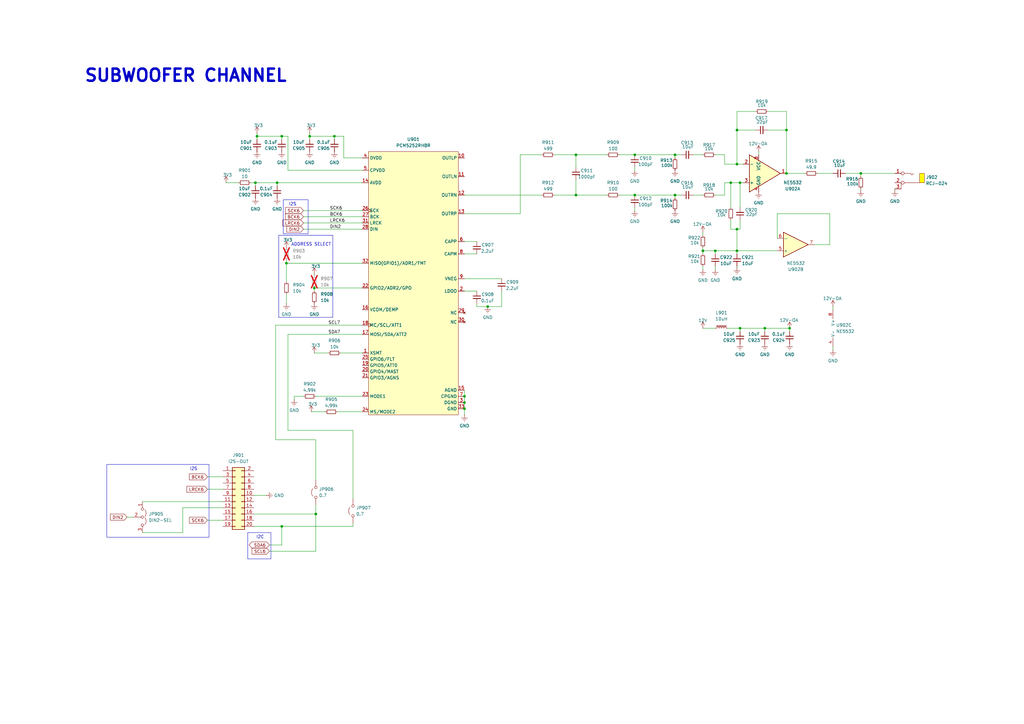
<source format=kicad_sch>
(kicad_sch (version 20250114) (generator "eeschema") (generator_version "9.0")
  (paper "A3")
  (title_block (title "Amplificateur Audio (Base Saine)") (date "2025-05-19") (rev "1.0") (company "NDG"))
  (lib_symbols
    (symbol "Amplifier_Operational:NE5532AD" (pin_names (offset 0.127))
      (property "Reference" "U" (at 0 5.08 0))
      (property "Value" "NE5532" (at 0 -5.08 0))
      (symbol "NE5532AD_1_1"
        (polyline (pts (xy -5.08 5.08) (xy 7.62 -2.54) (xy -5.08 -10.16) (xy -5.08 5.08)) (stroke (width 0.254)) (fill (type background)))
        (pin input line (at -7.62 1.27 0) (length 2.54) (name "+") (number "3"))
        (pin input line (at -7.62 -6.35 0) (length 2.54) (name "-") (number "2"))
        (pin power_in line (at -1.27 5.08 270) (length 2.54) (name "GND") (number "4"))
        (pin power_in line (at -1.27 -10.16 90) (length 2.54) (name "VCC") (number "8"))
        (pin output line (at 10.16 -2.54 180) (length 2.54) (name "~") (number "1"))
      )
      (symbol "NE5532AD_2_1"
        (polyline (pts (xy -5.08 5.08) (xy 5.08 0) (xy -5.08 -5.08) (xy -5.08 5.08)) (stroke (width 0.254)) (fill (type background)))
        (pin input line (at -7.62 2.54 0) (length 2.54) (name "+") (number "5"))
        (pin input line (at -7.62 -2.54 0) (length 2.54) (name "-") (number "6"))
        (pin output line (at 7.62 0 180) (length 2.54) (name "~") (number "7"))
      )
      (symbol "NE5532AD_3_1"
        (pin power_in line (at -2.54 7.62 270) (length 3.81) (name "V+") (number "8"))
        (pin power_in line (at -2.54 -7.62 90) (length 3.81) (name "V-") (number "4"))
      )
    )
    (symbol "Connector_Generic:Conn_02x10_Odd_Even" (pin_names (offset 1.016) (hide yes))
      (property "Reference" "J" (at 1.27 12.7 0))
      (property "Value" "Conn_02x10_Odd_Even" (at 1.27 -15.24 0))
      (symbol "Conn_02x10_Odd_Even_1_1"
        (rectangle (start -1.27 11.43) (end 3.81 -13.97) (stroke (width 0.254)) (fill (type background)))
        (rectangle (start -1.27 10.287) (end 0 10.033) (stroke (width 0.1524)))
        (rectangle (start -1.27 7.747) (end 0 7.493) (stroke (width 0.1524)))
        (rectangle (start -1.27 5.207) (end 0 4.953) (stroke (width 0.1524)))
        (rectangle (start -1.27 2.667) (end 0 2.413) (stroke (width 0.1524)))
        (rectangle (start -1.27 0.127) (end 0 -0.127) (stroke (width 0.1524)))
        (rectangle (start -1.27 -2.413) (end 0 -2.667) (stroke (width 0.1524)))
        (rectangle (start -1.27 -4.953) (end 0 -5.207) (stroke (width 0.1524)))
        (rectangle (start -1.27 -7.493) (end 0 -7.747) (stroke (width 0.1524)))
        (rectangle (start -1.27 -10.033) (end 0 -10.287) (stroke (width 0.1524)))
        (rectangle (start -1.27 -12.573) (end 0 -12.827) (stroke (width 0.1524)))
        (rectangle (start 3.81 10.287) (end 2.54 10.033) (stroke (width 0.1524)))
        (rectangle (start 3.81 7.747) (end 2.54 7.493) (stroke (width 0.1524)))
        (rectangle (start 3.81 5.207) (end 2.54 4.953) (stroke (width 0.1524)))
        (rectangle (start 3.81 2.667) (end 2.54 2.413) (stroke (width 0.1524)))
        (rectangle (start 3.81 0.127) (end 2.54 -0.127) (stroke (width 0.1524)))
        (rectangle (start 3.81 -2.413) (end 2.54 -2.667) (stroke (width 0.1524)))
        (rectangle (start 3.81 -4.953) (end 2.54 -5.207) (stroke (width 0.1524)))
        (rectangle (start 3.81 -7.493) (end 2.54 -7.747) (stroke (width 0.1524)))
        (rectangle (start 3.81 -10.033) (end 2.54 -10.287) (stroke (width 0.1524)))
        (rectangle (start 3.81 -12.573) (end 2.54 -12.827) (stroke (width 0.1524)))
        (pin passive line (at -5.08 10.16 0) (length 3.81) (name "Pin_1") (number "1"))
        (pin passive line (at -5.08 7.62 0) (length 3.81) (name "Pin_3") (number "3"))
        (pin passive line (at -5.08 5.08 0) (length 3.81) (name "Pin_5") (number "5"))
        (pin passive line (at -5.08 2.54 0) (length 3.81) (name "Pin_7") (number "7"))
        (pin passive line (at -5.08 0 0) (length 3.81) (name "Pin_9") (number "9"))
        (pin passive line (at -5.08 -2.54 0) (length 3.81) (name "Pin_11") (number "11"))
        (pin passive line (at -5.08 -5.08 0) (length 3.81) (name "Pin_13") (number "13"))
        (pin passive line (at -5.08 -7.62 0) (length 3.81) (name "Pin_15") (number "15"))
        (pin passive line (at -5.08 -10.16 0) (length 3.81) (name "Pin_17") (number "17"))
        (pin passive line (at -5.08 -12.7 0) (length 3.81) (name "Pin_19") (number "19"))
        (pin passive line (at 7.62 10.16 180) (length 3.81) (name "Pin_2") (number "2"))
        (pin passive line (at 7.62 7.62 180) (length 3.81) (name "Pin_4") (number "4"))
        (pin passive line (at 7.62 5.08 180) (length 3.81) (name "Pin_6") (number "6"))
        (pin passive line (at 7.62 2.54 180) (length 3.81) (name "Pin_8") (number "8"))
        (pin passive line (at 7.62 0 180) (length 3.81) (name "Pin_10") (number "10"))
        (pin passive line (at 7.62 -2.54 180) (length 3.81) (name "Pin_12") (number "12"))
        (pin passive line (at 7.62 -5.08 180) (length 3.81) (name "Pin_14") (number "14"))
        (pin passive line (at 7.62 -7.62 180) (length 3.81) (name "Pin_16") (number "16"))
        (pin passive line (at 7.62 -10.16 180) (length 3.81) (name "Pin_18") (number "18"))
        (pin passive line (at 7.62 -12.7 180) (length 3.81) (name "Pin_20") (number "20"))
      )
    )
    (symbol "Device:C_Small" (pin_numbers (hide yes)) (pin_names (offset 0.254) (hide yes))
      (property "Reference" "C" (at 0.254 1.778 0))
      (property "Value" "C_Small" (at 0.254 -2.032 0))
      (symbol "C_Small_0_1"
        (polyline (pts (xy -1.524 0.508) (xy 1.524 0.508)) (stroke (width 0.3048)))
        (polyline (pts (xy -1.524 -0.508) (xy 1.524 -0.508)) (stroke (width 0.3302)))
      )
      (symbol "C_Small_1_1"
        (pin passive line (at 0 2.54 270) (length 2.032) (name "~") (number "1"))
        (pin passive line (at 0 -2.54 90) (length 2.032) (name "~") (number "2"))
      )
    )
    (symbol "Device:L_Iron_Small" (pin_numbers (hide yes)) (pin_names (offset 0.254) (hide yes))
      (property "Reference" "L" (at 1.27 1.016 0))
      (property "Value" "L_Iron_Small" (at 1.27 -1.27 0))
      (symbol "L_Iron_Small_0_1"
        (arc (start 0 2.032) (mid 0.5058 1.524) (end 0 1.016))
        (arc (start 0 1.016) (mid 0.5058 0.508) (end 0 0))
        (arc (start 0 0) (mid 0.5058 -0.508) (end 0 -1.016))
        (arc (start 0 -1.016) (mid 0.5058 -1.524) (end 0 -2.032))
        (polyline (pts (xy 0.762 2.032) (xy 0.762 -2.032)))
        (polyline (pts (xy 1.016 -2.032) (xy 1.016 2.032)))
      )
      (symbol "L_Iron_Small_1_1"
        (pin passive line (at 0 2.54 270) (length 0.508) (name "~") (number "1"))
        (pin passive line (at 0 -2.54 90) (length 0.508) (name "~") (number "2"))
      )
    )
    (symbol "Device:R_Small" (pin_numbers (hide yes)) (pin_names (offset 0.254) (hide yes))
      (property "Reference" "R" (at 0.762 0.508 0))
      (property "Value" "R_Small" (at 0.762 -1.016 0))
      (symbol "R_Small_0_1"
        (rectangle (start -0.762 1.778) (end 0.762 -1.778) (stroke (width 0.2032)))
      )
      (symbol "R_Small_1_1"
        (pin passive line (at 0 2.54 270) (length 0.762) (name "~") (number "1"))
        (pin passive line (at 0 -2.54 90) (length 0.762) (name "~") (number "2"))
      )
    )
    (symbol "Jumper:Jumper_2_Open" (pin_numbers (hide yes)) (pin_names (offset 0) (hide yes)) (exclude_from_sim yes)
      (property "Reference" "JP" (at 0 2.794 0))
      (property "Value" "Jumper_2_Open" (at 0 -2.286 0))
      (symbol "Jumper_2_Open_0_0"
        (circle (center -2.032 0) (radius 0.508))
        (circle (center 2.032 0) (radius 0.508))
      )
      (symbol "Jumper_2_Open_0_1"
        (arc (start -1.524 1.27) (mid 0 1.778) (end 1.524 1.27))
      )
      (symbol "Jumper_2_Open_1_1"
        (pin passive line (at -5.08 0 0) (length 2.54) (name "A") (number "1"))
        (pin passive line (at 5.08 0 180) (length 2.54) (name "B") (number "2"))
      )
    )
    (symbol "Jumper:Jumper_3_Open" (pin_names (offset 0) (hide yes)) (exclude_from_sim yes) (in_bom no)
      (property "Reference" "JP" (at -2.54 -2.54 0))
      (property "Value" "Jumper_3_Open" (at 0 2.794 0))
      (symbol "Jumper_3_Open_0_0"
        (circle (center -3.302 0) (radius 0.508))
        (circle (center 0 0) (radius 0.508))
        (circle (center 3.302 0) (radius 0.508))
      )
      (symbol "Jumper_3_Open_0_1"
        (arc (start -3.048 1.016) (mid -1.651 1.4992) (end -0.254 1.016))
        (polyline (pts (xy 0 -0.508) (xy 0 -1.27)))
        (arc (start 0.254 1.016) (mid 1.651 1.4992) (end 3.048 1.016))
      )
      (symbol "Jumper_3_Open_1_1"
        (pin passive line (at -6.35 0 0) (length 2.54) (name "A") (number "1"))
        (pin passive line (at 0 -3.81 90) (length 2.54) (name "C") (number "2"))
        (pin passive line (at 6.35 0 180) (length 2.54) (name "B") (number "3"))
      )
    )
    (symbol "Libglobal:PCM5252RHBR"
      (property "Reference" "U" (at -7.112 1.778 0))
      (property "Value" "PCM5252RHBR" (at -0.762 0 0))
      (symbol "PCM5252RHBR_1_1"
        (rectangle (start -11.43 -1.27) (end 25.4 -109.22) (fill (type background)))
        (pin input line (at -13.97 -3.81 0) (length 2.54) (name "DVDD") (number "4"))
        (pin input line (at -13.97 -8.89 0) (length 2.54) (name "CPVDD") (number "5"))
        (pin input line (at -13.97 -13.97 0) (length 2.54) (name "AVDD") (number "14"))
        (pin input clock (at -13.97 -25.4 0) (length 2.54) (name "SCK") (number "26"))
        (pin bidirectional line (at -13.97 -27.94 0) (length 2.54) (name "BCK") (number "27"))
        (pin bidirectional line (at -13.97 -30.48 0) (length 2.54) (name "LRCK") (number "31"))
        (pin input line (at -13.97 -33.02 0) (length 2.54) (name "DIN") (number "28"))
        (pin bidirectional line (at -13.97 -46.99 0) (length 2.54) (name "MISO(GPIO1)/ADR1/FMT") (number "32"))
        (pin bidirectional line (at -13.97 -57.15 0) (length 2.54) (name "GPIO2/ADR2/GPO") (number "22"))
        (pin bidirectional line (at -13.97 -66.04 0) (length 2.54) (name "VCOM/DEMP") (number "16"))
        (pin input clock (at -13.97 -72.39 0) (length 2.54) (name "MC/SCL/ATT1") (number "18"))
        (pin bidirectional line (at -13.97 -76.2 0) (length 2.54) (name "MOSI/SDA/ATT2") (number "17"))
        (pin input line (at -13.97 -83.82 0) (length 2.54) (name "XSMT") (number "1"))
        (pin bidirectional line (at -13.97 -86.36 0) (length 2.54) (name "GPIO6/FLT") (number "25"))
        (pin bidirectional line (at -13.97 -88.9 0) (length 2.54) (name "GPIO5/ATT0") (number "19"))
        (pin bidirectional line (at -13.97 -91.44 0) (length 2.54) (name "GPIO4/MAST") (number "20"))
        (pin bidirectional line (at -13.97 -93.98 0) (length 2.54) (name "GPIO3/AGNS") (number "21"))
        (pin input line (at -13.97 -101.6 0) (length 2.54) (name "MODE1") (number "23"))
        (pin input line (at -13.97 -107.95 0) (length 2.54) (name "MS/MODE2") (number "24"))
        (pin output line (at 27.94 -3.81 180) (length 2.54) (name "OUTLP") (number "10"))
        (pin output line (at 27.94 -11.43 180) (length 2.54) (name "OUTLN") (number "11"))
        (pin output line (at 27.94 -19.05 180) (length 2.54) (name "OUTRN") (number "12"))
        (pin output line (at 27.94 -26.67 180) (length 2.54) (name "OUTRP") (number "13"))
        (pin input line (at 27.94 -38.1 180) (length 2.54) (name "CAPP") (number "6"))
        (pin input line (at 27.94 -43.18 180) (length 2.54) (name "CAPM") (number "8"))
        (pin input line (at 27.94 -53.34 180) (length 2.54) (name "VNEG") (number "9"))
        (pin input line (at 27.94 -58.42 180) (length 2.54) (name "LDOO") (number "2"))
        (pin no_connect line (at 27.94 -67.31 180) (length 2.54) (name "NC") (number "29"))
        (pin no_connect line (at 27.94 -71.12 180) (length 2.54) (name "NC") (number "30"))
        (pin input line (at 27.94 -99.06 180) (length 2.54) (name "AGND") (number "15"))
        (pin input line (at 27.94 -101.6 180) (length 2.54) (name "CPGND") (number "7"))
        (pin input line (at 27.94 -104.14 180) (length 2.54) (name "DGND") (number "3"))
        (pin input line (at 27.94 -106.68 180) (length 2.54) (name "GND") (number "33"))
      )
    )
    (symbol "Libglobal:RCJ-024"
      (property "Reference" "J" (at 0.762 -0.762 0))
      (property "Value" "RCJ-024" (at 4.572 -2.286 0))
      (symbol "RCJ-024_0_1"
        (polyline (pts (xy -1.27 -10.16) (xy -1.27 -7.62)))
        (circle (center -0.635 -3.81) (radius 0.635))
        (circle (center -0.635 -7.62) (radius 0.635))
        (polyline (pts (xy 0 -3.81) (xy 2.54 -3.81)))
        (polyline (pts (xy 0 -7.62) (xy 6.35 -7.62)))
        (polyline (pts (xy 2.54 -3.81) (xy 3.175 -4.445)))
        (polyline (pts (xy 3.175 -4.445) (xy 3.81 -3.81)))
      )
      (symbol "RCJ-024_1_1"
        (rectangle (start 6.35 -3.81) (end 8.255 -7.62) (fill (type color) (color 255 255 0 1)))
        (pin input line (at -3.81 -3.81 0) (length 2.54) (name "") (number "1"))
        (pin input line (at -3.81 -7.62 0) (length 2.54) (name "") (number "2"))
        (pin input line (at -3.81 -10.16 0) (length 2.54) (name "") (number "3"))
      )
    )
    (symbol "power:+3V3" (power) (pin_numbers (hide yes)) (pin_names (offset 0) (hide yes))
      (property "Value" "+3V3" (at 0 3.556 0))
      (symbol "+3V3_0_1"
        (polyline (pts (xy -0.762 1.27) (xy 0 2.54)))
        (polyline (pts (xy 0 2.54) (xy 0.762 1.27)))
        (polyline (pts (xy 0 0) (xy 0 2.54)))
      )
      (symbol "+3V3_1_1"
        (pin power_in line (at 0 0 90) (length 0) (name "~") (number "1"))
      )
    )
    (symbol "power:Earth" (power) (pin_numbers (hide yes)) (pin_names (offset 0) (hide yes))
      (property "Value" "Earth" (at 0 -3.81 0))
      (symbol "Earth_0_1"
        (polyline (pts (xy -0.635 -1.905) (xy 0.635 -1.905)))
        (polyline (pts (xy -0.127 -2.54) (xy 0.127 -2.54)))
        (polyline (pts (xy 0 -1.27) (xy 0 0)))
        (polyline (pts (xy 1.27 -1.27) (xy -1.27 -1.27)))
      )
      (symbol "Earth_1_1"
        (pin power_in line (at 0 0 270) (length 0) (name "~") (number "1"))
      )
    )
  )
  (rectangle (start 101.6 218.44) (end 111.125 229.235))
  (rectangle (start 43.815 190.5) (end 85.725 220.345))
  (rectangle (start 116.205 81.915) (end 126.365 95.885))
  (rectangle (start 114.3 96.52) (end 136.525 130.175))
  (text "I2S\n" (at 120.015 83.82 0) (effects (font (size 1.27 1.27))))
  (text "SUBWOOFER CHANNEL\n" (at 76.2 31.115 0) (effects (font (size 5 5) (thickness 1) (bold yes))))
  (text "ADDRESS SELECT" (at 127.635 100.33 0) (effects (font (size 1.27 1.27))))
  (text "I2S\n" (at 79.375 192.405 0) (effects (font (size 1.27 1.27))))
  (text "I2C\n" (at 106.68 220.345 0) (effects (font (size 1.27 1.27))))
  (junction (at 302.26 93.98))
  (junction (at 323.85 134.62))
  (junction (at 302.26 53.34))
  (junction (at 322.58 71.12))
  (junction (at 236.22 80.01))
  (junction (at 190.5 165.1))
  (junction (at 129.54 210.82))
  (junction (at 276.86 63.5))
  (junction (at 353.06 71.12))
  (junction (at 115.57 215.9))
  (junction (at 303.53 74.93))
  (junction (at 322.58 53.34))
  (junction (at 190.5 162.56))
  (junction (at 303.53 134.62))
  (junction (at 313.69 134.62))
  (junction (at 293.37 102.87))
  (junction (at 115.57 55.88))
  (junction (at 302.26 102.87))
  (junction (at 236.22 63.5))
  (junction (at 104.775 74.93))
  (junction (at 190.5 167.64))
  (junction (at 117.475 107.95))
  (junction (at 302.26 67.31))
  (junction (at 299.72 74.93))
  (junction (at 260.35 80.01))
  (junction (at 113.665 74.93))
  (junction (at 105.41 55.88))
  (junction (at 128.905 118.11))
  (junction (at 127 55.88))
  (junction (at 260.35 63.5))
  (junction (at 288.29 102.87))
  (junction (at 200.025 125.73))
  (junction (at 137.16 55.88))
  (junction (at 276.86 80.01))
  (wire (pts (xy 314.96 53.34) (xy 322.58 53.34)))
  (wire (pts (xy 302.26 45.72) (xy 309.88 45.72)))
  (wire (pts (xy 297.18 67.31) (xy 302.26 67.31)))
  (wire (pts (xy 279.4 80.01) (xy 276.86 80.01)))
  (wire (pts (xy 302.26 102.87) (xy 293.37 102.87)))
  (wire (pts (xy 303.53 90.17) (xy 303.53 93.98)))
  (wire (pts (xy 236.22 73.66) (xy 236.22 80.01)))
  (wire (pts (xy 293.37 109.22) (xy 293.37 110.49)))
  (wire (pts (xy 227.33 80.01) (xy 236.22 80.01)))
  (wire (pts (xy 304.8 74.93) (xy 303.53 74.93)))
  (wire (pts (xy 260.35 86.36) (xy 260.35 85.09)))
  (wire (pts (xy 335.28 71.12) (xy 341.63 71.12)))
  (wire (pts (xy 334.01 100.33) (xy 340.36 100.33)))
  (wire (pts (xy 302.26 104.14) (xy 302.26 102.87)))
  (wire (pts (xy 299.72 93.98) (xy 302.26 93.98)))
  (wire (pts (xy 115.57 57.15) (xy 115.57 55.88)))
  (wire (pts (xy 297.18 74.93) (xy 297.18 80.01)))
  (wire (pts (xy 85.09 200.66) (xy 91.44 200.66)))
  (wire (pts (xy 303.53 74.93) (xy 303.53 85.09)))
  (wire (pts (xy 303.53 74.93) (xy 299.72 74.93)))
  (wire (pts (xy 104.14 210.82) (xy 129.54 210.82)))
  (wire (pts (xy 313.69 134.62) (xy 323.85 134.62)))
  (wire (pts (xy 341.63 143.51) (xy 341.63 142.24)))
  (wire (pts (xy 205.74 114.3) (xy 190.5 114.3)))
  (wire (pts (xy 129.54 226.06) (xy 110.49 226.06)))
  (wire (pts (xy 236.22 63.5) (xy 236.22 68.58)))
  (wire (pts (xy 118.11 176.53) (xy 118.11 137.16)))
  (wire (pts (xy 124.46 91.44) (xy 148.59 91.44)))
  (wire (pts (xy 353.06 78.105) (xy 353.06 77.47)))
  (wire (pts (xy 299.72 90.17) (xy 299.72 93.98)))
  (wire (pts (xy 302.26 109.22) (xy 302.26 109.855)))
  (wire (pts (xy 190.5 80.01) (xy 222.25 80.01)))
  (wire (pts (xy 303.53 134.62) (xy 313.69 134.62)))
  (wire (pts (xy 322.58 45.72) (xy 322.58 53.34)))
  (wire (pts (xy 140.97 64.77) (xy 140.97 55.88)))
  (wire (pts (xy 195.58 125.73) (xy 195.58 124.46)))
  (wire (pts (xy 124.46 88.9) (xy 148.59 88.9)))
  (wire (pts (xy 293.37 102.87) (xy 293.37 104.14)))
  (wire (pts (xy 297.18 63.5) (xy 297.18 67.31)))
  (wire (pts (xy 113.665 74.93) (xy 148.59 74.93)))
  (wire (pts (xy 341.63 125.73) (xy 341.63 127)))
  (wire (pts (xy 288.29 95.25) (xy 288.29 96.52)))
  (wire (pts (xy 127 54.61) (xy 127 55.88)))
  (wire (pts (xy 288.29 63.5) (xy 284.48 63.5)))
  (wire (pts (xy 91.44 208.28) (xy 74.93 208.28)))
  (wire (pts (xy 117.475 120.65) (xy 117.475 124.46)))
  (wire (pts (xy 105.41 54.61) (xy 105.41 55.88)))
  (wire (pts (xy 205.74 119.38) (xy 205.74 125.73)))
  (wire (pts (xy 190.5 162.56) (xy 190.5 165.1)))
  (wire (pts (xy 129.54 207.01) (xy 129.54 210.82)))
  (wire (pts (xy 236.22 80.01) (xy 248.92 80.01)))
  (wire (pts (xy 128.905 112.395) (xy 128.905 113.03)))
  (wire (pts (xy 303.53 93.98) (xy 302.26 93.98)))
  (wire (pts (xy 314.96 45.72) (xy 322.58 45.72)))
  (wire (pts (xy 74.93 208.28) (xy 74.93 218.44)))
  (wire (pts (xy 144.78 176.53) (xy 118.11 176.53)))
  (wire (pts (xy 128.905 144.78) (xy 134.62 144.78)))
  (wire (pts (xy 129.54 180.34) (xy 129.54 196.85)))
  (wire (pts (xy 109.22 203.2) (xy 104.14 203.2)))
  (wire (pts (xy 195.58 119.38) (xy 190.5 119.38)))
  (wire (pts (xy 213.36 63.5) (xy 213.36 87.63)))
  (wire (pts (xy 190.5 160.02) (xy 190.5 162.56)))
  (wire (pts (xy 302.26 45.72) (xy 302.26 53.34)))
  (wire (pts (xy 148.59 69.85) (xy 118.11 69.85)))
  (wire (pts (xy 127 55.88) (xy 137.16 55.88)))
  (wire (pts (xy 115.57 215.9) (xy 144.78 215.9)))
  (wire (pts (xy 117.475 107.95) (xy 117.475 115.57)))
  (wire (pts (xy 139.7 144.78) (xy 148.59 144.78)))
  (wire (pts (xy 302.26 53.34) (xy 302.26 67.31)))
  (wire (pts (xy 260.35 80.01) (xy 276.86 80.01)))
  (wire (pts (xy 276.86 81.28) (xy 276.86 80.01)))
  (wire (pts (xy 346.71 71.12) (xy 353.06 71.12)))
  (wire (pts (xy 323.85 135.89) (xy 323.85 134.62)))
  (wire (pts (xy 140.97 64.77) (xy 148.59 64.77)))
  (wire (pts (xy 118.11 137.16) (xy 148.59 137.16)))
  (wire (pts (xy 236.22 63.5) (xy 248.92 63.5)))
  (wire (pts (xy 120.65 163.83) (xy 120.65 162.56)))
  (wire (pts (xy 302.26 93.98) (xy 302.26 102.87)))
  (wire (pts (xy 138.43 168.91) (xy 148.59 168.91)))
  (wire (pts (xy 195.58 104.14) (xy 190.5 104.14)))
  (wire (pts (xy 322.58 71.12) (xy 330.2 71.12)))
  (wire (pts (xy 140.97 55.88) (xy 137.16 55.88)))
  (wire (pts (xy 113.665 76.2) (xy 113.665 74.93)))
  (wire (pts (xy 313.69 134.62) (xy 313.69 135.89)))
  (wire (pts (xy 127 55.88) (xy 127 57.15)))
  (wire (pts (xy 52.07 212.09) (xy 54.61 212.09)))
  (wire (pts (xy 302.26 53.34) (xy 309.88 53.34)))
  (wire (pts (xy 299.72 85.09) (xy 299.72 74.93)))
  (wire (pts (xy 293.37 63.5) (xy 297.18 63.5)))
  (wire (pts (xy 322.58 53.34) (xy 322.58 71.12)))
  (wire (pts (xy 190.5 165.1) (xy 190.5 167.64)))
  (wire (pts (xy 118.11 69.85) (xy 118.11 55.88)))
  (wire (pts (xy 340.36 87.63) (xy 340.36 100.33)))
  (wire (pts (xy 260.35 63.5) (xy 276.86 63.5)))
  (wire (pts (xy 302.26 67.31) (xy 304.8 67.31)))
  (wire (pts (xy 104.775 74.93) (xy 104.775 76.2)))
  (wire (pts (xy 117.475 107.95) (xy 148.59 107.95)))
  (wire (pts (xy 115.57 223.52) (xy 115.57 215.9)))
  (wire (pts (xy 85.09 213.36) (xy 91.44 213.36)))
  (wire (pts (xy 129.54 210.82) (xy 129.54 226.06)))
  (wire (pts (xy 254 63.5) (xy 260.35 63.5)))
  (wire (pts (xy 129.54 162.56) (xy 148.59 162.56)))
  (wire (pts (xy 124.46 86.36) (xy 148.59 86.36)))
  (wire (pts (xy 104.775 74.93) (xy 113.665 74.93)))
  (wire (pts (xy 222.25 63.5) (xy 213.36 63.5)))
  (wire (pts (xy 260.35 69.85) (xy 260.35 68.58)))
  (wire (pts (xy 299.72 74.93) (xy 297.18 74.93)))
  (wire (pts (xy 144.78 204.47) (xy 144.78 176.53)))
  (wire (pts (xy 137.16 57.15) (xy 137.16 55.88)))
  (wire (pts (xy 105.41 55.88) (xy 105.41 57.15)))
  (wire (pts (xy 105.41 55.88) (xy 115.57 55.88)))
  (wire (pts (xy 318.77 97.79) (xy 318.77 87.63)))
  (wire (pts (xy 195.58 125.73) (xy 200.025 125.73)))
  (wire (pts (xy 104.14 215.9) (xy 115.57 215.9)))
  (wire (pts (xy 92.71 74.93) (xy 97.79 74.93)))
  (wire (pts (xy 353.06 71.12) (xy 367.03 71.12)))
  (wire (pts (xy 124.46 93.98) (xy 148.59 93.98)))
  (wire (pts (xy 74.93 218.44) (xy 58.42 218.44)))
  (wire (pts (xy 353.06 72.39) (xy 353.06 71.12)))
  (wire (pts (xy 254 80.01) (xy 260.35 80.01)))
  (wire (pts (xy 318.77 87.63) (xy 340.36 87.63)))
  (wire (pts (xy 117.475 106.68) (xy 117.475 107.95)))
  (wire (pts (xy 311.15 62.23) (xy 311.15 63.5)))
  (wire (pts (xy 288.29 109.22) (xy 288.29 110.49)))
  (wire (pts (xy 288.29 134.62) (xy 293.37 134.62)))
  (wire (pts (xy 293.37 102.87) (xy 288.29 102.87)))
  (wire (pts (xy 102.87 74.93) (xy 104.775 74.93)))
  (wire (pts (xy 190.5 167.64) (xy 190.5 170.18)))
  (wire (pts (xy 113.03 133.35) (xy 148.59 133.35)))
  (wire (pts (xy 128.905 119.38) (xy 128.905 118.11)))
  (wire (pts (xy 288.29 101.6) (xy 288.29 102.87)))
  (wire (pts (xy 120.65 162.56) (xy 124.46 162.56)))
  (wire (pts (xy 302.26 102.87) (xy 318.77 102.87)))
  (wire (pts (xy 58.42 205.74) (xy 91.44 205.74)))
  (wire (pts (xy 195.58 99.06) (xy 190.5 99.06)))
  (wire (pts (xy 113.03 180.34) (xy 129.54 180.34)))
  (wire (pts (xy 276.86 64.77) (xy 276.86 63.5)))
  (wire (pts (xy 236.22 63.5) (xy 227.33 63.5)))
  (wire (pts (xy 297.18 80.01) (xy 293.37 80.01)))
  (wire (pts (xy 303.53 135.89) (xy 303.53 134.62)))
  (wire (pts (xy 144.78 214.63) (xy 144.78 215.9)))
  (wire (pts (xy 85.09 195.58) (xy 91.44 195.58)))
  (wire (pts (xy 367.03 77.47) (xy 367.03 78.105)))
  (wire (pts (xy 213.36 87.63) (xy 190.5 87.63)))
  (wire (pts (xy 127.635 168.91) (xy 133.35 168.91)))
  (wire (pts (xy 148.59 118.11) (xy 128.905 118.11)))
  (wire (pts (xy 279.4 63.5) (xy 276.86 63.5)))
  (wire (pts (xy 288.29 102.87) (xy 288.29 104.14)))
  (wire (pts (xy 110.49 223.52) (xy 115.57 223.52)))
  (wire (pts (xy 113.03 133.35) (xy 113.03 180.34)))
  (wire (pts (xy 298.45 134.62) (xy 303.53 134.62)))
  (wire (pts (xy 200.025 125.73) (xy 205.74 125.73)))
  (wire (pts (xy 288.29 80.01) (xy 284.48 80.01)))
  (wire (pts (xy 118.11 55.88) (xy 115.57 55.88)))
  (label "DIN2" (at 135.255 93.98 0))
  (label "LRCK6" (at 135.255 91.44 0))
  (label "SCL7" (at 134.62 133.35 0))
  (label "BCK6" (at 135.255 88.9 0))
  (label "SCK6" (at 135.255 86.36 0))
  (label "SDA7" (at 134.62 137.16 0))
  (global_label "SDA6" (shape bidirectional) (at 110.49 223.52 180) (property "Intersheetrefs" "${INTERSHEET_REFS}" (effects (hide yes))))
  (global_label "SCK6" (shape input) (at 124.46 86.36 180) (property "Intersheetrefs" "${INTERSHEET_REFS}" (effects (hide yes))))
  (global_label "SCK6" (shape input) (at 85.09 213.36 180) (property "Intersheetrefs" "${INTERSHEET_REFS}" (effects (hide yes))))
  (global_label "LRCK6" (shape input) (at 85.09 200.66 180) (property "Intersheetrefs" "${INTERSHEET_REFS}" (effects (hide yes))))
  (global_label "BCK6" (shape input) (at 85.09 195.58 180) (property "Intersheetrefs" "${INTERSHEET_REFS}" (effects (hide yes))))
  (global_label "BCK6" (shape input) (at 124.46 88.9 180) (property "Intersheetrefs" "${INTERSHEET_REFS}" (effects (hide yes))))
  (global_label "LRCK6" (shape input) (at 124.46 91.44 180) (property "Intersheetrefs" "${INTERSHEET_REFS}" (effects (hide yes))))
  (global_label "SCL6" (shape input) (at 110.49 226.06 180) (property "Intersheetrefs" "${INTERSHEET_REFS}" (effects (hide yes))))
  (global_label "DIN2" (shape input) (at 124.46 93.98 180) (property "Intersheetrefs" "${INTERSHEET_REFS}" (effects (hide yes))))
  (global_label "DIN2" (shape input) (at 52.07 212.09 180) (property "Intersheetrefs" "${INTERSHEET_REFS}" (effects (hide yes))))
  (symbol (lib_id "power:Earth") (at 120.65 163.83 0) (unit 1)
    (property "Reference" "#PWR0672" (effects (hide yes)))
    (property "Value" "GND" (at 120.65 168.275 0))
    (property "Description" "Power symbol creates a global label with name \"Earth\"" (effects (hide yes)))
  )
  (symbol (lib_id "Device:R_Small") (at 117.475 104.14 180) (unit 1) (dnp yes)
    (property "Reference" "R903" (at 120.015 102.8699 0) (effects (justify right)))
    (property "Value" "10k" (at 120.015 105.4099 0) (effects (justify right)))
    (property "Description" "Resistor, small symbol" (effects (hide yes)))
  )
  (symbol (lib_id "Device:C_Small") (at 313.69 138.43 180) (unit 1)
    (property "Reference" "C923" (at 309.245 139.573 0))
    (property "Value" "10uF" (at 309.245 137.033 0))
    (property "Description" "Unpolarized capacitor, small symbol" (effects (hide yes)))
  )
  (symbol (lib_id "Device:C_Small") (at 104.775 78.74 180) (unit 1)
    (property "Reference" "C902" (at 100.33 79.883 0))
    (property "Value" "10uF" (at 100.33 77.343 0))
    (property "Description" "Unpolarized capacitor, small symbol" (effects (hide yes)))
  )
  (symbol (lib_id "Device:C_Small") (at 303.53 87.63 180) (unit 1)
    (property "Reference" "C920" (at 308.102 86.106 0))
    (property "Value" "22pF" (at 308.356 87.884 0))
    (property "Description" "Unpolarized capacitor, small symbol" (effects (hide yes)))
  )
  (symbol (lib_id "Device:C_Small") (at 323.85 138.43 180) (unit 1)
    (property "Reference" "C924" (at 319.405 139.573 0))
    (property "Value" "0.1uF" (at 319.405 137.033 0))
    (property "Description" "Unpolarized capacitor, small symbol" (effects (hide yes)))
  )
  (symbol (lib_id "Device:C_Small") (at 113.665 78.74 180) (unit 1)
    (property "Reference" "C904" (at 109.22 79.883 0))
    (property "Value" "0.1uF" (at 109.22 77.343 0))
    (property "Description" "Unpolarized capacitor, small symbol" (effects (hide yes)))
  )
  (symbol (lib_id "power:+3V3") (at 323.85 134.62 0) (unit 1)
    (property "Reference" "#PWR0936" (effects (hide yes)))
    (property "Value" "12V-OA" (at 323.596 131.318 0))
    (property "Description" "Power symbol creates a global label with name \"+3V3\"" (effects (hide yes)))
  )
  (symbol (lib_id "power:Earth") (at 341.63 143.51 0) (unit 1)
    (property "Reference" "#PWR0696" (effects (hide yes)))
    (property "Value" "GND" (at 341.63 147.955 0))
    (property "Description" "Power symbol creates a global label with name \"Earth\"" (effects (hide yes)))
  )
  (symbol (lib_id "power:+3V3") (at 117.475 101.6 0) (unit 1)
    (property "Reference" "#PWR0914" (effects (hide yes)))
    (property "Value" "3V3" (at 116.205 98.425 0) (effects (justify left)))
    (property "Description" "Power symbol creates a global label with name \"+3V3\"" (effects (hide yes)))
  )
  (symbol (lib_id "power:+3V3") (at 128.905 144.78 0) (unit 1)
    (property "Reference" "#PWR0913" (effects (hide yes)))
    (property "Value" "3V3" (at 127.635 141.605 0) (effects (justify left)))
    (property "Description" "Power symbol creates a global label with name \"+3V3\"" (effects (hide yes)))
  )
  (symbol (lib_id "power:Earth") (at 288.29 110.49 0) (unit 1)
    (property "Reference" "#PWR0689" (effects (hide yes)))
    (property "Value" "GND" (at 288.29 114.935 0))
    (property "Description" "Power symbol creates a global label with name \"Earth\"" (effects (hide yes)))
  )
  (symbol (lib_id "power:Earth") (at 276.86 86.36 0) (unit 1)
    (property "Reference" "#PWR0684" (effects (hide yes)))
    (property "Value" "GND" (at 276.86 90.805 0))
    (property "Description" "Power symbol creates a global label with name \"Earth\"" (effects (hide yes)))
  )
  (symbol (lib_id "Device:C_Small") (at 105.41 59.69 180) (unit 1)
    (property "Reference" "C901" (at 100.965 60.833 0))
    (property "Value" "10uF" (at 100.965 58.293 0))
    (property "Description" "Unpolarized capacitor, small symbol" (effects (hide yes)))
  )
  (symbol (lib_id "power:Earth") (at 353.06 78.105 0) (unit 1)
    (property "Reference" "#PWR0691" (effects (hide yes)))
    (property "Value" "GND" (at 353.06 82.55 0))
    (property "Description" "Power symbol creates a global label with name \"Earth\"" (effects (hide yes)))
  )
  (symbol (lib_id "Amplifier_Operational:NE5532AD") (at 344.17 134.62 0) (unit 3)
    (property "Reference" "U902" (at 342.9 133.3499 0) (effects (justify left)))
    (property "Value" "NE5532" (at 342.9 135.8899 0) (effects (justify left)))
    (property "Datasheet" "http://www.ti.com/lit/ds/symlink/ne5532.pdf" (effects (hide yes)))
    (property "Description" "Dual Low-Noise Operational Amplifiers, DIP-8/SOIC-8" (effects (hide yes)))
  )
  (symbol (lib_id "Device:C_Small") (at 205.74 116.84 0) (unit 1)
    (property "Reference" "C909" (at 210.185 115.697 0))
    (property "Value" "2.2uF" (at 210.185 118.237 0))
    (property "Description" "Unpolarized capacitor, small symbol" (effects (hide yes)))
  )
  (symbol (lib_id "power:Earth") (at 303.53 140.97 0) (unit 1)
    (property "Reference" "#PWR0693" (effects (hide yes)))
    (property "Value" "GND" (at 303.53 145.415 0))
    (property "Description" "Power symbol creates a global label with name \"Earth\"" (effects (hide yes)))
  )
  (symbol (lib_id "Device:C_Small") (at 195.58 101.6 0) (unit 1)
    (property "Reference" "C907" (at 200.025 100.457 0))
    (property "Value" "2.2uF" (at 200.025 102.997 0))
    (property "Description" "Unpolarized capacitor, small symbol" (effects (hide yes)))
  )
  (symbol (lib_id "Device:R_Small") (at 332.74 71.12 270) (unit 1)
    (property "Reference" "R915" (at 332.74 66.04 90))
    (property "Value" "49.9" (at 332.74 68.58 90))
    (property "Description" "Resistor, small symbol" (effects (hide yes)))
  )
  (symbol (lib_id "Device:C_Small") (at 303.53 138.43 180) (unit 1)
    (property "Reference" "C925" (at 299.085 139.573 0))
    (property "Value" "10uF" (at 299.085 137.033 0))
    (property "Description" "Unpolarized capacitor, small symbol" (effects (hide yes)))
  )
  (symbol (lib_id "power:Earth") (at 302.26 109.855 0) (unit 1)
    (property "Reference" "#PWR0687" (effects (hide yes)))
    (property "Value" "GND" (at 302.26 114.3 0))
    (property "Description" "Power symbol creates a global label with name \"Earth\"" (effects (hide yes)))
  )
  (symbol (lib_id "power:Earth") (at 115.57 62.23 0) (unit 1)
    (property "Reference" "#PWR0678" (effects (hide yes)))
    (property "Value" "GND" (at 115.57 66.675 0))
    (property "Description" "Power symbol creates a global label with name \"Earth\"" (effects (hide yes)))
  )
  (symbol (lib_id "power:+3V3") (at 288.29 134.62 0) (unit 1)
    (property "Reference" "#PWR0932" (effects (hide yes)))
    (property "Value" "12V" (at 286.385 131.445 0) (effects (justify left)))
    (property "Description" "Power symbol creates a global label with name \"+3V3\"" (effects (hide yes)))
  )
  (symbol (lib_id "Amplifier_Operational:NE5532AD") (at 326.39 100.33 0) (mirror x) (unit 2)
    (property "Reference" "U902" (at 326.39 110.49 0))
    (property "Value" "NE5532" (at 326.39 107.95 0))
    (property "Datasheet" "http://www.ti.com/lit/ds/symlink/ne5532.pdf" (effects (hide yes)))
    (property "Description" "Dual Low-Noise Operational Amplifiers, DIP-8/SOIC-8" (effects (hide yes)))
  )
  (symbol (lib_id "power:+3V3") (at 127 54.61 0) (unit 1)
    (property "Reference" "#PWR0917" (effects (hide yes)))
    (property "Value" "3V3" (at 125.73 51.435 0) (effects (justify left)))
    (property "Description" "Power symbol creates a global label with name \"+3V3\"" (effects (hide yes)))
  )
  (symbol (lib_id "Device:R_Small") (at 353.06 74.93 0) (unit 1)
    (property "Reference" "R916" (at 349.504 73.406 0))
    (property "Value" "100k" (at 349.758 75.438 0))
    (property "Description" "Resistor, small symbol" (effects (hide yes)))
  )
  (symbol (lib_id "Device:L_Iron_Small") (at 295.91 134.62 90) (unit 1)
    (property "Reference" "L901" (at 295.91 128.27 90))
    (property "Value" "10uH" (at 295.91 130.81 90))
    (property "Description" "Inductor with iron core, small symbol" (effects (hide yes)))
  )
  (symbol (lib_id "Jumper:Jumper_3_Open") (at 58.42 212.09 270) (unit 1)
    (property "Reference" "JP905" (at 60.96 210.8199 90) (effects (justify left)))
    (property "Value" "DIN2-SEL" (at 60.96 213.3599 90) (effects (justify left)))
    (property "Description" "Jumper, 3-pole, both open" (effects (hide yes)))
  )
  (symbol (lib_id "Device:R_Small") (at 299.72 87.63 0) (unit 1)
    (property "Reference" "R920" (at 295.91 86.614 0))
    (property "Value" "10k" (at 295.91 88.138 0))
    (property "Description" "Resistor, small symbol" (effects (hide yes)))
  )
  (symbol (lib_id "Device:R_Small") (at 251.46 63.5 270) (unit 1)
    (property "Reference" "R909" (at 251.46 58.42 90))
    (property "Value" "100" (at 251.46 60.96 90))
    (property "Description" "Resistor, small symbol" (effects (hide yes)))
  )
  (symbol (lib_id "power:+3V3") (at 311.15 62.23 0) (unit 1)
    (property "Reference" "#PWR0927" (effects (hide yes)))
    (property "Value" "12V-OA" (at 310.896 58.928 0))
    (property "Description" "Power symbol creates a global label with name \"+3V3\"" (effects (hide yes)))
  )
  (symbol (lib_id "power:+3V3") (at 105.41 54.61 0) (unit 1)
    (property "Reference" "#PWR0918" (effects (hide yes)))
    (property "Value" "3V3" (at 104.14 51.435 0) (effects (justify left)))
    (property "Description" "Power symbol creates a global label with name \"+3V3\"" (effects (hide yes)))
  )
  (symbol (lib_id "power:+3V3") (at 128.905 112.395 0) (unit 1)
    (property "Reference" "#PWR0915" (effects (hide yes)))
    (property "Value" "3V3" (at 127.635 109.22 0) (effects (justify left)))
    (property "Description" "Power symbol creates a global label with name \"+3V3\"" (effects (hide yes)))
  )
  (symbol (lib_id "Device:C_Small") (at 312.42 53.34 90) (unit 1)
    (property "Reference" "C917" (at 312.293 48.387 90))
    (property "Value" "22pF" (at 312.674 50.038 90))
    (property "Description" "Unpolarized capacitor, small symbol" (effects (hide yes)))
  )
  (symbol (lib_id "power:Earth") (at 113.665 81.28 0) (unit 1)
    (property "Reference" "#PWR0676" (effects (hide yes)))
    (property "Value" "GND" (at 113.665 85.725 0))
    (property "Description" "Power symbol creates a global label with name \"Earth\"" (effects (hide yes)))
  )
  (symbol (lib_id "Device:R_Small") (at 100.33 74.93 270) (unit 1)
    (property "Reference" "R901" (at 100.33 69.85 90))
    (property "Value" "10" (at 100.33 72.39 90))
    (property "Description" "Resistor, small symbol" (effects (hide yes)))
  )
  (symbol (lib_id "Device:R_Small") (at 288.29 106.68 0) (unit 1)
    (property "Reference" "R921" (at 284.734 105.156 0))
    (property "Value" "10k" (at 284.988 107.188 0))
    (property "Description" "Resistor, small symbol" (effects (hide yes)))
  )
  (symbol (lib_id "Device:C_Small") (at 281.94 63.5 90) (unit 1)
    (property "Reference" "C913" (at 281.813 58.547 90))
    (property "Value" "10uF" (at 282.194 60.198 90))
    (property "Description" "Unpolarized capacitor, small symbol" (effects (hide yes)))
  )
  (symbol (lib_id "power:Earth") (at 276.86 69.85 0) (unit 1)
    (property "Reference" "#PWR0686" (effects (hide yes)))
    (property "Value" "GND" (at 276.86 74.295 0))
    (property "Description" "Power symbol creates a global label with name \"Earth\"" (effects (hide yes)))
  )
  (symbol (lib_id "power:Earth") (at 260.35 69.85 0) (unit 1)
    (property "Reference" "#PWR0685" (effects (hide yes)))
    (property "Value" "GND" (at 260.35 74.295 0))
    (property "Description" "Power symbol creates a global label with name \"Earth\"" (effects (hide yes)))
  )
  (symbol (lib_id "power:Earth") (at 293.37 110.49 0) (unit 1)
    (property "Reference" "#PWR0688" (effects (hide yes)))
    (property "Value" "GND" (at 293.37 114.935 0))
    (property "Description" "Power symbol creates a global label with name \"Earth\"" (effects (hide yes)))
  )
  (symbol (lib_id "power:+3V3") (at 288.29 95.25 0) (unit 1)
    (property "Reference" "#PWR0928" (effects (hide yes)))
    (property "Value" "12V-OA" (at 288.036 91.948 0))
    (property "Description" "Power symbol creates a global label with name \"+3V3\"" (effects (hide yes)))
  )
  (symbol (lib_id "power:Earth") (at 128.905 124.46 0) (unit 1)
    (property "Reference" "#PWR0673" (effects (hide yes)))
    (property "Value" "GND" (at 128.905 128.905 0))
    (property "Description" "Power symbol creates a global label with name \"Earth\"" (effects (hide yes)))
  )
  (symbol (lib_id "Device:C_Small") (at 344.17 71.12 90) (unit 1)
    (property "Reference" "C914" (at 344.043 66.167 90))
    (property "Value" "10uF" (at 344.424 67.818 90))
    (property "Description" "Unpolarized capacitor, small symbol" (effects (hide yes)))
  )
  (symbol (lib_id "power:Earth") (at 109.22 203.2 90) (unit 1)
    (property "Reference" "#PWR0697" (effects (hide yes)))
    (property "Value" "GND" (at 112.395 203.1999 90) (effects (justify right)))
    (property "Description" "Power symbol creates a global label with name \"Earth\"" (effects (hide yes)))
  )
  (symbol (lib_id "Device:R_Small") (at 290.83 80.01 270) (unit 1)
    (property "Reference" "R918" (at 290.83 75.946 90))
    (property "Value" "10k" (at 290.83 77.47 90))
    (property "Description" "Resistor, small symbol" (effects (hide yes)))
  )
  (symbol (lib_id "Device:C_Small") (at 302.26 106.68 0) (unit 1)
    (property "Reference" "C921" (at 306.705 105.537 0))
    (property "Value" "10uF" (at 306.705 108.077 0))
    (property "Description" "Unpolarized capacitor, small symbol" (effects (hide yes)))
  )
  (symbol (lib_id "Device:R_Small") (at 276.86 83.82 0) (unit 1)
    (property "Reference" "R914" (at 273.304 82.296 0))
    (property "Value" "100k" (at 273.558 84.328 0))
    (property "Description" "Resistor, small symbol" (effects (hide yes)))
  )
  (symbol (lib_id "Device:R_Small") (at 135.89 168.91 90) (unit 1)
    (property "Reference" "R905" (at 135.89 163.83 90))
    (property "Value" "4.99k" (at 135.89 166.37 90))
    (property "Description" "Resistor, small symbol" (effects (hide yes)))
  )
  (symbol (lib_id "Device:C_Small") (at 281.94 80.01 90) (unit 1)
    (property "Reference" "C916" (at 281.813 75.057 90))
    (property "Value" "10uF" (at 282.194 76.708 90))
    (property "Description" "Unpolarized capacitor, small symbol" (effects (hide yes)))
  )
  (symbol (lib_id "power:Earth") (at 260.35 86.36 0) (unit 1)
    (property "Reference" "#PWR0683" (effects (hide yes)))
    (property "Value" "GND" (at 260.35 90.805 0))
    (property "Description" "Power symbol creates a global label with name \"Earth\"" (effects (hide yes)))
  )
  (symbol (lib_id "power:Earth") (at 127 62.23 0) (unit 1)
    (property "Reference" "#PWR0679" (effects (hide yes)))
    (property "Value" "GND" (at 127 66.675 0))
    (property "Description" "Power symbol creates a global label with name \"Earth\"" (effects (hide yes)))
  )
  (symbol (lib_id "Device:C_Small") (at 293.37 106.68 0) (unit 1)
    (property "Reference" "C922" (at 297.815 105.537 0))
    (property "Value" "10uF" (at 297.815 108.077 0))
    (property "Description" "Unpolarized capacitor, small symbol" (effects (hide yes)))
  )
  (symbol (lib_id "Device:C_Small") (at 195.58 121.92 0) (unit 1)
    (property "Reference" "C908" (at 200.025 120.777 0))
    (property "Value" "0.1uF" (at 200.025 123.317 0))
    (property "Description" "Unpolarized capacitor, small symbol" (effects (hide yes)))
  )
  (symbol (lib_id "power:Earth") (at 200.025 125.73 0) (unit 1)
    (property "Reference" "#PWR0681" (effects (hide yes)))
    (property "Value" "GND" (at 200.025 130.175 0))
    (property "Description" "Power symbol creates a global label with name \"Earth\"" (effects (hide yes)))
  )
  (symbol (lib_id "Device:R_Small") (at 128.905 115.57 180) (unit 1) (dnp yes)
    (property "Reference" "R907" (at 131.445 114.2999 0) (effects (justify right)))
    (property "Value" "10k" (at 131.445 116.8399 0) (effects (justify right)))
    (property "Description" "Resistor, small symbol" (effects (hide yes)))
  )
  (symbol (lib_id "power:Earth") (at 105.41 62.23 0) (unit 1)
    (property "Reference" "#PWR0677" (effects (hide yes)))
    (property "Value" "GND" (at 105.41 66.675 0))
    (property "Description" "Power symbol creates a global label with name \"Earth\"" (effects (hide yes)))
  )
  (symbol (lib_id "Amplifier_Operational:NE5532AD") (at 312.42 73.66 0) (mirror x) (unit 1)
    (property "Reference" "U902" (at 325.12 77.4386 0))
    (property "Value" "NE5532" (at 325.12 74.8986 0))
    (property "Datasheet" "http://www.ti.com/lit/ds/symlink/ne5532.pdf" (effects (hide yes)))
    (property "Description" "Dual Low-Noise Operational Amplifiers, DIP-8/SOIC-8" (effects (hide yes)))
  )
  (symbol (lib_id "Device:R_Small") (at 117.475 118.11 180) (unit 1)
    (property "Reference" "R904" (at 120.015 116.8399 0) (effects (justify right)))
    (property "Value" "10k" (at 120.015 119.3799 0) (effects (justify right)))
    (property "Description" "Resistor, small symbol" (effects (hide yes)))
  )
  (symbol (lib_id "Device:R_Small") (at 276.86 67.31 0) (unit 1)
    (property "Reference" "R913" (at 273.304 65.786 0))
    (property "Value" "100k" (at 273.558 67.818 0))
    (property "Description" "Resistor, small symbol" (effects (hide yes)))
  )
  (symbol (lib_id "Libglobal:PCM5252RHBR") (at 162.56 60.96 0) (unit 1)
    (property "Reference" "U901" (at 169.545 57.15 0))
    (property "Value" "PCM5252RHBR" (at 169.545 59.69 0))
  )
  (symbol (lib_id "Device:C_Small") (at 127 59.69 180) (unit 1)
    (property "Reference" "C905" (at 122.555 60.833 0))
    (property "Value" "10uF" (at 122.555 58.293 0))
    (property "Description" "Unpolarized capacitor, small symbol" (effects (hide yes)))
  )
  (symbol (lib_id "Device:R_Small") (at 251.46 80.01 270) (unit 1)
    (property "Reference" "R910" (at 251.46 74.93 90))
    (property "Value" "100" (at 251.46 77.47 90))
    (property "Description" "Resistor, small symbol" (effects (hide yes)))
  )
  (symbol (lib_id "Device:C_Small") (at 236.22 71.12 0) (unit 1)
    (property "Reference" "C911" (at 240.665 69.977 0))
    (property "Value" "1000pF" (at 240.665 72.517 0))
    (property "Description" "Unpolarized capacitor, small symbol" (effects (hide yes)))
  )
  (symbol (lib_id "Device:C_Small") (at 260.35 82.55 0) (unit 1)
    (property "Reference" "C912" (at 264.795 81.407 0))
    (property "Value" "100pF" (at 264.795 83.947 0))
    (property "Description" "Unpolarized capacitor, small symbol" (effects (hide yes)))
  )
  (symbol (lib_id "Jumper:Jumper_2_Open") (at 144.78 209.55 90) (unit 1)
    (property "Reference" "JP907" (at 146.05 208.2799 90) (effects (justify right)))
    (property "Value" "0.7" (at 146.05 210.8199 90) (effects (justify right)))
    (property "Description" "Jumper, 2-pole, open" (effects (hide yes)))
  )
  (symbol (lib_id "power:Earth") (at 104.775 81.28 0) (unit 1)
    (property "Reference" "#PWR0675" (effects (hide yes)))
    (property "Value" "GND" (at 104.775 85.725 0))
    (property "Description" "Power symbol creates a global label with name \"Earth\"" (effects (hide yes)))
  )
  (symbol (lib_id "Device:R_Small") (at 312.42 45.72 270) (unit 1)
    (property "Reference" "R919" (at 312.42 41.656 90))
    (property "Value" "10k" (at 312.42 43.18 90))
    (property "Description" "Resistor, small symbol" (effects (hide yes)))
  )
  (symbol (lib_id "Device:R_Small") (at 224.79 63.5 270) (unit 1)
    (property "Reference" "R911" (at 224.79 58.42 90))
    (property "Value" "499" (at 224.79 60.96 90))
    (property "Description" "Resistor, small symbol" (effects (hide yes)))
  )
  (symbol (lib_id "Device:R_Small") (at 128.905 121.92 180) (unit 1)
    (property "Reference" "R908" (at 131.445 120.6499 0) (effects (justify right)))
    (property "Value" "10k" (at 131.445 123.1899 0) (effects (justify right)))
    (property "Description" "Resistor, small symbol" (effects (hide yes)))
  )
  (symbol (lib_id "power:+3V3") (at 92.71 74.93 0) (unit 1)
    (property "Reference" "#PWR0916" (effects (hide yes)))
    (property "Value" "3V3" (at 91.44 71.755 0) (effects (justify left)))
    (property "Description" "Power symbol creates a global label with name \"+3V3\"" (effects (hide yes)))
  )
  (symbol (lib_id "power:+3V3") (at 127.635 168.91 0) (unit 1)
    (property "Reference" "#PWR0912" (effects (hide yes)))
    (property "Value" "3V3" (at 126.365 165.735 0) (effects (justify left)))
    (property "Description" "Power symbol creates a global label with name \"+3V3\"" (effects (hide yes)))
  )
  (symbol (lib_id "Libglobal:RCJ-024") (at 370.84 67.31 0) (unit 1)
    (property "Reference" "J902" (at 379.73 72.7074 0) (effects (justify left)))
    (property "Value" "RCJ-024" (at 379.73 75.2474 0) (effects (justify left)))
  )
  (symbol (lib_id "Device:R_Small") (at 290.83 63.5 270) (unit 1)
    (property "Reference" "R917" (at 290.83 59.436 90))
    (property "Value" "10k" (at 290.83 60.96 90))
    (property "Description" "Resistor, small symbol" (effects (hide yes)))
  )
  (symbol (lib_id "power:Earth") (at 313.69 140.97 0) (unit 1)
    (property "Reference" "#PWR0694" (effects (hide yes)))
    (property "Value" "GND" (at 313.69 145.415 0))
    (property "Description" "Power symbol creates a global label with name \"Earth\"" (effects (hide yes)))
  )
  (symbol (lib_id "Device:C_Small") (at 260.35 66.04 0) (unit 1)
    (property "Reference" "C910" (at 264.795 64.897 0))
    (property "Value" "100pF" (at 264.795 67.437 0))
    (property "Description" "Unpolarized capacitor, small symbol" (effects (hide yes)))
  )
  (symbol (lib_id "power:Earth") (at 117.475 124.46 0) (unit 1)
    (property "Reference" "#PWR0674" (effects (hide yes)))
    (property "Value" "GND" (at 117.475 128.905 0))
    (property "Description" "Power symbol creates a global label with name \"Earth\"" (effects (hide yes)))
  )
  (symbol (lib_id "Device:R_Small") (at 137.16 144.78 90) (unit 1)
    (property "Reference" "R906" (at 137.16 139.7 90))
    (property "Value" "10k" (at 137.16 142.24 90))
    (property "Description" "Resistor, small symbol" (effects (hide yes)))
  )
  (symbol (lib_id "Device:C_Small") (at 115.57 59.69 180) (unit 1)
    (property "Reference" "C903" (at 111.125 60.833 0))
    (property "Value" "0.1uF" (at 111.125 58.293 0))
    (property "Description" "Unpolarized capacitor, small symbol" (effects (hide yes)))
  )
  (symbol (lib_id "Device:R_Small") (at 288.29 99.06 0) (unit 1)
    (property "Reference" "R922" (at 284.734 97.536 0))
    (property "Value" "10k" (at 284.988 99.568 0))
    (property "Description" "Resistor, small symbol" (effects (hide yes)))
  )
  (symbol (lib_id "Device:R_Small") (at 127 162.56 90) (unit 1)
    (property "Reference" "R902" (at 127 157.48 90))
    (property "Value" "4.99k" (at 127 160.02 90))
    (property "Description" "Resistor, small symbol" (effects (hide yes)))
  )
  (symbol (lib_id "Jumper:Jumper_2_Open") (at 129.54 201.93 90) (unit 1)
    (property "Reference" "JP906" (at 130.81 200.6599 90) (effects (justify right)))
    (property "Value" "0.7" (at 130.81 203.1999 90) (effects (justify right)))
    (property "Description" "Jumper, 2-pole, open" (effects (hide yes)))
  )
  (symbol (lib_id "power:Earth") (at 137.16 62.23 0) (unit 1)
    (property "Reference" "#PWR0680" (effects (hide yes)))
    (property "Value" "GND" (at 137.16 66.675 0))
    (property "Description" "Power symbol creates a global label with name \"Earth\"" (effects (hide yes)))
  )
  (symbol (lib_id "power:Earth") (at 367.03 78.105 0) (unit 1)
    (property "Reference" "#PWR0692" (effects (hide yes)))
    (property "Value" "GND" (at 367.03 82.55 0))
    (property "Description" "Power symbol creates a global label with name \"Earth\"" (effects (hide yes)))
  )
  (symbol (lib_id "Connector_Generic:Conn_02x10_Odd_Even") (at 96.52 203.2 0) (unit 1)
    (property "Reference" "J901" (at 97.79 186.69 0))
    (property "Value" "I2S-OUT" (at 97.79 189.23 0))
    (property "Description" "Generic connector, double row, 02x10, odd/even pin numbering scheme (row 1 odd numbers, row 2 even numbers), script generated (kicad-library-utils/schlib/autogen/connector/)" (effects (hide yes)))
  )
  (symbol (lib_id "power:Earth") (at 323.85 140.97 0) (unit 1)
    (property "Reference" "#PWR0695" (effects (hide yes)))
    (property "Value" "GND" (at 323.85 145.415 0))
    (property "Description" "Power symbol creates a global label with name \"Earth\"" (effects (hide yes)))
  )
  (symbol (lib_id "Device:C_Small") (at 137.16 59.69 180) (unit 1)
    (property "Reference" "C906" (at 132.715 60.833 0))
    (property "Value" "0.1uF" (at 132.715 58.293 0))
    (property "Description" "Unpolarized capacitor, small symbol" (effects (hide yes)))
  )
  (symbol (lib_id "power:Earth") (at 190.5 170.18 0) (unit 1)
    (property "Reference" "#PWR0682" (effects (hide yes)))
    (property "Value" "GND" (at 190.5 174.625 0))
    (property "Description" "Power symbol creates a global label with name \"Earth\"" (effects (hide yes)))
  )
  (symbol (lib_id "power:+3V3") (at 341.63 125.73 0) (unit 1)
    (property "Reference" "#PWR0938" (effects (hide yes)))
    (property "Value" "12V-OA" (at 341.376 122.428 0))
    (property "Description" "Power symbol creates a global label with name \"+3V3\"" (effects (hide yes)))
  )
  (symbol (lib_id "Device:R_Small") (at 224.79 80.01 270) (unit 1)
    (property "Reference" "R912" (at 224.79 74.93 90))
    (property "Value" "499" (at 224.79 77.47 90))
    (property "Description" "Resistor, small symbol" (effects (hide yes)))
  )
  (symbol (lib_id "power:Earth") (at 311.15 78.74 0) (unit 1)
    (property "Reference" "#PWR0690" (effects (hide yes)))
    (property "Value" "GND" (at 311.15 83.185 0))
    (property "Description" "Power symbol creates a global label with name \"Earth\"" (effects (hide yes)))
  )
)
</source>
